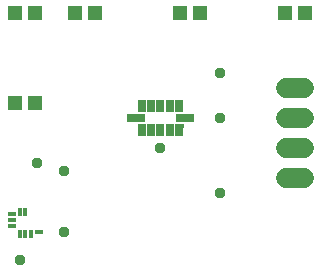
<source format=gbr>
G04 EAGLE Gerber RS-274X export*
G75*
%MOMM*%
%FSLAX34Y34*%
%LPD*%
%INSoldermask Top*%
%IPPOS*%
%AMOC8*
5,1,8,0,0,1.08239X$1,22.5*%
G01*
%ADD10R,1.303200X1.203200*%
%ADD11C,1.727200*%
%ADD12R,0.653200X0.453200*%
%ADD13R,0.453200X0.653200*%
%ADD14R,0.703200X1.103200*%
%ADD15R,1.603200X0.703200*%
%ADD16R,0.750000X0.450000*%
%ADD17C,0.959600*%


D10*
X461400Y558800D03*
X478400Y558800D03*
X410600Y558800D03*
X427600Y558800D03*
X410600Y482600D03*
X427600Y482600D03*
X639200Y558800D03*
X656200Y558800D03*
X550300Y558800D03*
X567300Y558800D03*
D11*
X640080Y419100D02*
X655320Y419100D01*
X655320Y444500D02*
X640080Y444500D01*
X640080Y469900D02*
X655320Y469900D01*
X655320Y495300D02*
X640080Y495300D01*
D12*
X407350Y388500D03*
X407350Y383500D03*
X407350Y378500D03*
D13*
X414100Y371750D03*
X419100Y371750D03*
X424100Y371750D03*
D12*
X430850Y373500D03*
D13*
X419100Y390250D03*
X414100Y390250D03*
D14*
X549400Y459900D03*
X541400Y459900D03*
X533400Y459900D03*
X525400Y459900D03*
X517400Y459900D03*
D15*
X512900Y469900D03*
D14*
X517400Y479900D03*
X525400Y479900D03*
X533400Y479900D03*
X541400Y479900D03*
X549400Y479900D03*
D15*
X553900Y469900D03*
D16*
X549650Y463150D03*
D17*
X584200Y508000D03*
X414274Y350012D03*
X451866Y373380D03*
X451612Y424942D03*
X428498Y432054D03*
X584200Y469900D03*
X584200Y406400D03*
X533400Y444500D03*
M02*

</source>
